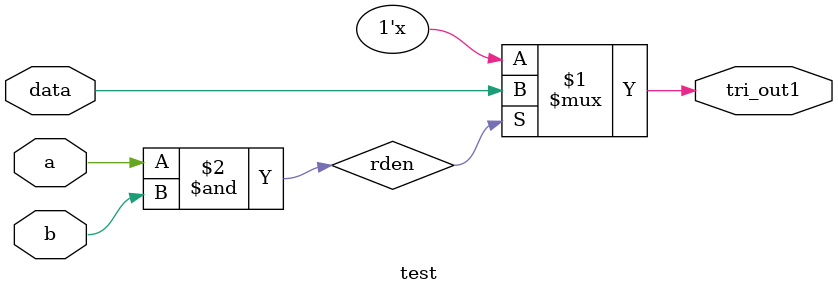
<source format=v>
module test(tri_out1,data,a,b);
 input data,a,b;
 output tri_out1;
 wire tri_out1, rden, data;
 assign tri_out1 = ( rden ) ? data : 1'bz;
 and AA(rden,a,b); //warning here
 //not AA(rden,b);
endmodule

/*module smp1(rden, wren, data, tri_out1, cnt1);
 input rden, wren, data;
 output tri_out1;
 output cnt1;
  assign tri_out1 = ( rden ) ? data : 1'bz;
  assign cnt1 = tri_out1 & wren; //warning here
endmodule
*/

</source>
